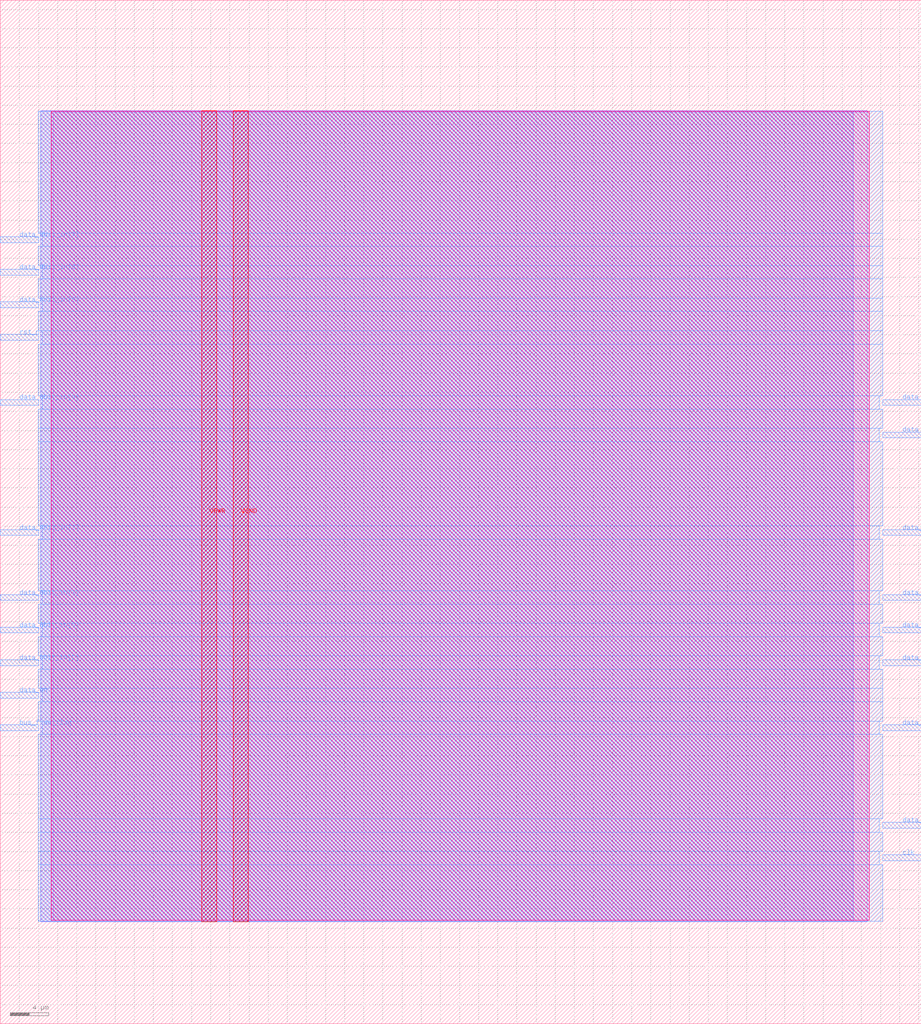
<source format=lef>
VERSION 5.7 ;
  NOWIREEXTENSIONATPIN ON ;
  DIVIDERCHAR "/" ;
  BUSBITCHARS "[]" ;
MACRO serdes_8bit
  CLASS BLOCK ;
  FOREIGN serdes_8bit ;
  ORIGIN 0.000 0.000 ;
  SIZE 96.255 BY 106.975 ;
  PIN VGND
    DIRECTION INOUT ;
    USE GROUND ;
    PORT
      LAYER met4 ;
        RECT 24.340 10.640 25.940 95.440 ;
    END
  END VGND
  PIN VPWR
    DIRECTION INOUT ;
    USE POWER ;
    PORT
      LAYER met4 ;
        RECT 21.040 10.640 22.640 95.440 ;
    END
  END VPWR
  PIN bus_free_flag
    DIRECTION OUTPUT ;
    USE SIGNAL ;
    ANTENNADIFFAREA 0.445500 ;
    PORT
      LAYER met3 ;
        RECT 0.000 30.640 4.000 31.240 ;
    END
  END bus_free_flag
  PIN clk
    DIRECTION INPUT ;
    USE SIGNAL ;
    ANTENNAGATEAREA 0.852000 ;
    PORT
      LAYER met3 ;
        RECT 92.255 17.040 96.255 17.640 ;
    END
  END clk
  PIN data_8bit_in[0]
    DIRECTION INPUT ;
    USE SIGNAL ;
    ANTENNAGATEAREA 0.196500 ;
    PORT
      LAYER met3 ;
        RECT 0.000 40.840 4.000 41.440 ;
    END
  END data_8bit_in[0]
  PIN data_8bit_in[1]
    DIRECTION INPUT ;
    USE SIGNAL ;
    ANTENNAGATEAREA 0.196500 ;
    PORT
      LAYER met3 ;
        RECT 0.000 44.240 4.000 44.840 ;
    END
  END data_8bit_in[1]
  PIN data_8bit_in[2]
    DIRECTION INPUT ;
    USE SIGNAL ;
    ANTENNAGATEAREA 0.196500 ;
    PORT
      LAYER met3 ;
        RECT 0.000 37.440 4.000 38.040 ;
    END
  END data_8bit_in[2]
  PIN data_8bit_in[3]
    DIRECTION INPUT ;
    USE SIGNAL ;
    ANTENNAGATEAREA 0.196500 ;
    PORT
      LAYER met3 ;
        RECT 0.000 51.040 4.000 51.640 ;
    END
  END data_8bit_in[3]
  PIN data_8bit_in[4]
    DIRECTION INPUT ;
    USE SIGNAL ;
    ANTENNAGATEAREA 0.196500 ;
    PORT
      LAYER met3 ;
        RECT 0.000 64.640 4.000 65.240 ;
    END
  END data_8bit_in[4]
  PIN data_8bit_in[5]
    DIRECTION INPUT ;
    USE SIGNAL ;
    ANTENNAGATEAREA 0.196500 ;
    PORT
      LAYER met3 ;
        RECT 0.000 74.840 4.000 75.440 ;
    END
  END data_8bit_in[5]
  PIN data_8bit_in[6]
    DIRECTION INPUT ;
    USE SIGNAL ;
    ANTENNAGATEAREA 0.196500 ;
    PORT
      LAYER met3 ;
        RECT 0.000 78.240 4.000 78.840 ;
    END
  END data_8bit_in[6]
  PIN data_8bit_in[7]
    DIRECTION INPUT ;
    USE SIGNAL ;
    ANTENNAGATEAREA 0.196500 ;
    PORT
      LAYER met3 ;
        RECT 0.000 81.640 4.000 82.240 ;
    END
  END data_8bit_in[7]
  PIN data_8bit_out[0]
    DIRECTION OUTPUT ;
    USE SIGNAL ;
    ANTENNADIFFAREA 0.445500 ;
    PORT
      LAYER met3 ;
        RECT 92.255 40.840 96.255 41.440 ;
    END
  END data_8bit_out[0]
  PIN data_8bit_out[1]
    DIRECTION OUTPUT ;
    USE SIGNAL ;
    ANTENNADIFFAREA 0.445500 ;
    PORT
      LAYER met3 ;
        RECT 92.255 44.240 96.255 44.840 ;
    END
  END data_8bit_out[1]
  PIN data_8bit_out[2]
    DIRECTION OUTPUT ;
    USE SIGNAL ;
    ANTENNADIFFAREA 0.445500 ;
    PORT
      LAYER met3 ;
        RECT 92.255 20.440 96.255 21.040 ;
    END
  END data_8bit_out[2]
  PIN data_8bit_out[3]
    DIRECTION OUTPUT ;
    USE SIGNAL ;
    ANTENNADIFFAREA 0.445500 ;
    PORT
      LAYER met3 ;
        RECT 92.255 30.640 96.255 31.240 ;
    END
  END data_8bit_out[3]
  PIN data_8bit_out[4]
    DIRECTION OUTPUT ;
    USE SIGNAL ;
    ANTENNADIFFAREA 0.445500 ;
    PORT
      LAYER met3 ;
        RECT 92.255 37.440 96.255 38.040 ;
    END
  END data_8bit_out[4]
  PIN data_8bit_out[5]
    DIRECTION OUTPUT ;
    USE SIGNAL ;
    ANTENNADIFFAREA 0.445500 ;
    PORT
      LAYER met3 ;
        RECT 92.255 51.040 96.255 51.640 ;
    END
  END data_8bit_out[5]
  PIN data_8bit_out[6]
    DIRECTION OUTPUT ;
    USE SIGNAL ;
    ANTENNADIFFAREA 0.445500 ;
    PORT
      LAYER met3 ;
        RECT 92.255 64.640 96.255 65.240 ;
    END
  END data_8bit_out[6]
  PIN data_8bit_out[7]
    DIRECTION OUTPUT ;
    USE SIGNAL ;
    ANTENNADIFFAREA 0.445500 ;
    PORT
      LAYER met3 ;
        RECT 92.255 61.240 96.255 61.840 ;
    END
  END data_8bit_out[7]
  PIN data_en
    DIRECTION INPUT ;
    USE SIGNAL ;
    ANTENNAGATEAREA 0.196500 ;
    PORT
      LAYER met3 ;
        RECT 0.000 34.040 4.000 34.640 ;
    END
  END data_en
  PIN rst_n
    DIRECTION INPUT ;
    USE SIGNAL ;
    ANTENNAGATEAREA 0.196500 ;
    PORT
      LAYER met3 ;
        RECT 0.000 71.440 4.000 72.040 ;
    END
  END rst_n
  OBS
      LAYER nwell ;
        RECT 5.330 10.795 90.810 95.390 ;
      LAYER li1 ;
        RECT 5.520 10.795 90.620 95.285 ;
      LAYER met1 ;
        RECT 4.210 10.640 90.620 95.440 ;
      LAYER met2 ;
        RECT 4.230 10.695 89.140 95.385 ;
      LAYER met3 ;
        RECT 3.990 82.640 92.255 95.365 ;
        RECT 4.400 81.240 92.255 82.640 ;
        RECT 3.990 79.240 92.255 81.240 ;
        RECT 4.400 77.840 92.255 79.240 ;
        RECT 3.990 75.840 92.255 77.840 ;
        RECT 4.400 74.440 92.255 75.840 ;
        RECT 3.990 72.440 92.255 74.440 ;
        RECT 4.400 71.040 92.255 72.440 ;
        RECT 3.990 65.640 92.255 71.040 ;
        RECT 4.400 64.240 91.855 65.640 ;
        RECT 3.990 62.240 92.255 64.240 ;
        RECT 3.990 60.840 91.855 62.240 ;
        RECT 3.990 52.040 92.255 60.840 ;
        RECT 4.400 50.640 91.855 52.040 ;
        RECT 3.990 45.240 92.255 50.640 ;
        RECT 4.400 43.840 91.855 45.240 ;
        RECT 3.990 41.840 92.255 43.840 ;
        RECT 4.400 40.440 91.855 41.840 ;
        RECT 3.990 38.440 92.255 40.440 ;
        RECT 4.400 37.040 91.855 38.440 ;
        RECT 3.990 35.040 92.255 37.040 ;
        RECT 4.400 33.640 92.255 35.040 ;
        RECT 3.990 31.640 92.255 33.640 ;
        RECT 4.400 30.240 91.855 31.640 ;
        RECT 3.990 21.440 92.255 30.240 ;
        RECT 3.990 20.040 91.855 21.440 ;
        RECT 3.990 18.040 92.255 20.040 ;
        RECT 3.990 16.640 91.855 18.040 ;
        RECT 3.990 10.715 92.255 16.640 ;
  END
END serdes_8bit
END LIBRARY


</source>
